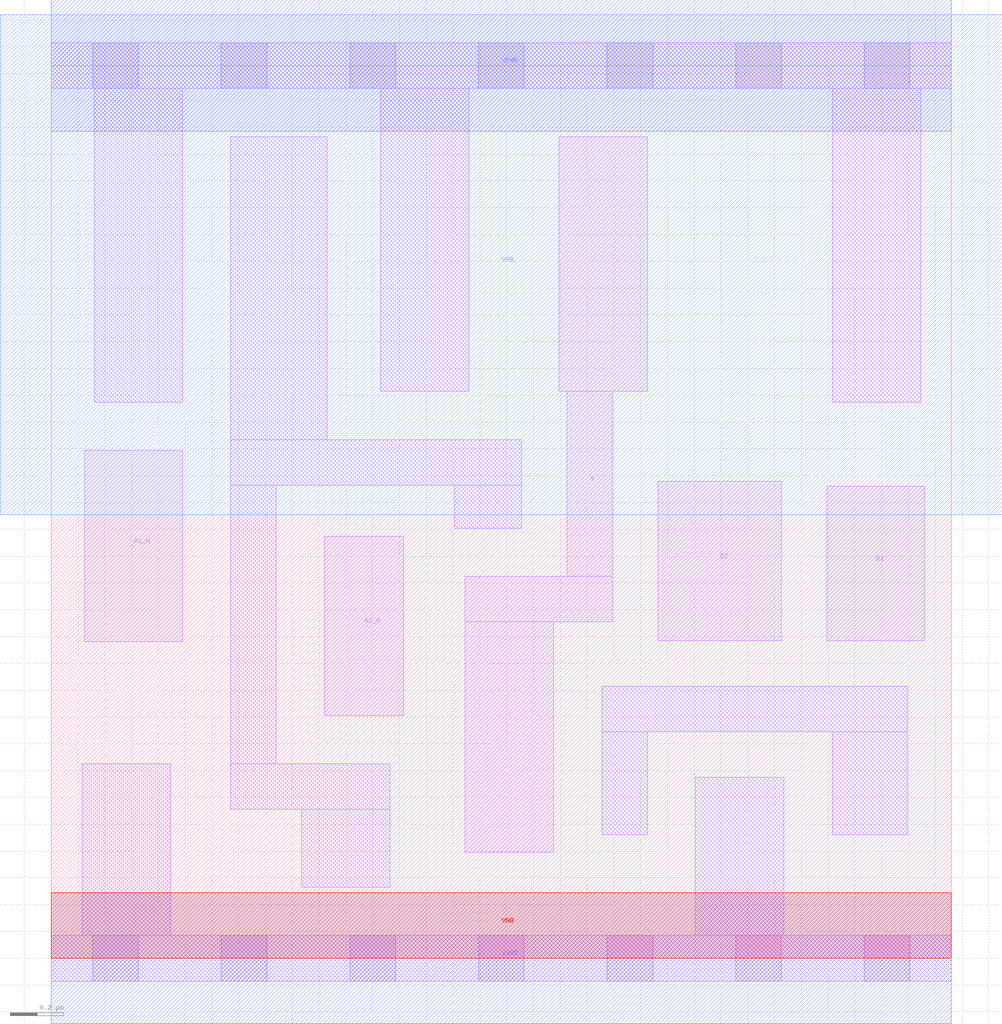
<source format=lef>
# Copyright 2020 The SkyWater PDK Authors
#
# Licensed under the Apache License, Version 2.0 (the "License");
# you may not use this file except in compliance with the License.
# You may obtain a copy of the License at
#
#     https://www.apache.org/licenses/LICENSE-2.0
#
# Unless required by applicable law or agreed to in writing, software
# distributed under the License is distributed on an "AS IS" BASIS,
# WITHOUT WARRANTIES OR CONDITIONS OF ANY KIND, either express or implied.
# See the License for the specific language governing permissions and
# limitations under the License.
#
# SPDX-License-Identifier: Apache-2.0

VERSION 5.7 ;
  NOWIREEXTENSIONATPIN ON ;
  DIVIDERCHAR "/" ;
  BUSBITCHARS "[]" ;
MACRO sky130_fd_sc_lp__o2bb2ai_lp
  CLASS CORE ;
  FOREIGN sky130_fd_sc_lp__o2bb2ai_lp ;
  ORIGIN  0.000000  0.000000 ;
  SIZE  3.360000 BY  3.330000 ;
  SYMMETRY X Y R90 ;
  SITE unit ;
  PIN A1_N
    ANTENNAGATEAREA  0.313000 ;
    DIRECTION INPUT ;
    USE SIGNAL ;
    PORT
      LAYER li1 ;
        RECT 0.125000 1.180000 0.490000 1.895000 ;
    END
  END A1_N
  PIN A2_N
    ANTENNAGATEAREA  0.313000 ;
    DIRECTION INPUT ;
    USE SIGNAL ;
    PORT
      LAYER li1 ;
        RECT 1.020000 0.905000 1.315000 1.575000 ;
    END
  END A2_N
  PIN B1
    ANTENNAGATEAREA  0.313000 ;
    DIRECTION INPUT ;
    USE SIGNAL ;
    PORT
      LAYER li1 ;
        RECT 2.895000 1.185000 3.260000 1.760000 ;
    END
  END B1
  PIN B2
    ANTENNAGATEAREA  0.313000 ;
    DIRECTION INPUT ;
    USE SIGNAL ;
    PORT
      LAYER li1 ;
        RECT 2.265000 1.185000 2.725000 1.780000 ;
    END
  END B2
  PIN Y
    ANTENNADIFFAREA  0.399700 ;
    DIRECTION OUTPUT ;
    USE SIGNAL ;
    PORT
      LAYER li1 ;
        RECT 1.545000 0.395000 1.875000 1.255000 ;
        RECT 1.545000 1.255000 2.095000 1.425000 ;
        RECT 1.895000 2.115000 2.225000 3.065000 ;
        RECT 1.925000 1.425000 2.095000 2.115000 ;
    END
  END Y
  PIN VGND
    DIRECTION INOUT ;
    USE GROUND ;
    PORT
      LAYER met1 ;
        RECT 0.000000 -0.245000 3.360000 0.245000 ;
    END
  END VGND
  PIN VNB
    DIRECTION INOUT ;
    USE GROUND ;
    PORT
      LAYER pwell ;
        RECT 0.000000 0.000000 3.360000 0.245000 ;
    END
  END VNB
  PIN VPB
    DIRECTION INOUT ;
    USE POWER ;
    PORT
      LAYER nwell ;
        RECT -0.190000 1.655000 3.550000 3.520000 ;
    END
  END VPB
  PIN VPWR
    DIRECTION INOUT ;
    USE POWER ;
    PORT
      LAYER met1 ;
        RECT 0.000000 3.085000 3.360000 3.575000 ;
    END
  END VPWR
  OBS
    LAYER li1 ;
      RECT 0.000000 -0.085000 3.360000 0.085000 ;
      RECT 0.000000  3.245000 3.360000 3.415000 ;
      RECT 0.115000  0.085000 0.445000 0.725000 ;
      RECT 0.160000  2.075000 0.490000 3.245000 ;
      RECT 0.670000  0.555000 1.265000 0.725000 ;
      RECT 0.670000  0.725000 0.840000 1.765000 ;
      RECT 0.670000  1.765000 1.755000 1.935000 ;
      RECT 0.670000  1.935000 1.030000 3.065000 ;
      RECT 0.935000  0.265000 1.265000 0.555000 ;
      RECT 1.230000  2.115000 1.560000 3.245000 ;
      RECT 1.505000  1.605000 1.755000 1.765000 ;
      RECT 2.055000  0.460000 2.225000 0.845000 ;
      RECT 2.055000  0.845000 3.195000 1.015000 ;
      RECT 2.405000  0.085000 2.735000 0.675000 ;
      RECT 2.915000  0.460000 3.195000 0.845000 ;
      RECT 2.915000  2.075000 3.245000 3.245000 ;
    LAYER mcon ;
      RECT 0.155000 -0.085000 0.325000 0.085000 ;
      RECT 0.155000  3.245000 0.325000 3.415000 ;
      RECT 0.635000 -0.085000 0.805000 0.085000 ;
      RECT 0.635000  3.245000 0.805000 3.415000 ;
      RECT 1.115000 -0.085000 1.285000 0.085000 ;
      RECT 1.115000  3.245000 1.285000 3.415000 ;
      RECT 1.595000 -0.085000 1.765000 0.085000 ;
      RECT 1.595000  3.245000 1.765000 3.415000 ;
      RECT 2.075000 -0.085000 2.245000 0.085000 ;
      RECT 2.075000  3.245000 2.245000 3.415000 ;
      RECT 2.555000 -0.085000 2.725000 0.085000 ;
      RECT 2.555000  3.245000 2.725000 3.415000 ;
      RECT 3.035000 -0.085000 3.205000 0.085000 ;
      RECT 3.035000  3.245000 3.205000 3.415000 ;
  END
END sky130_fd_sc_lp__o2bb2ai_lp
END LIBRARY

</source>
